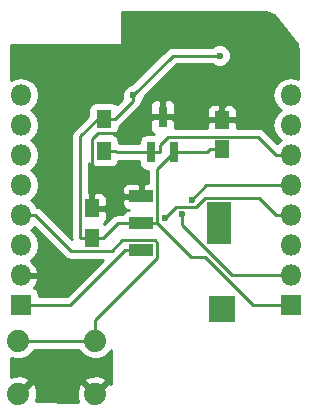
<source format=gbr>
G04 #@! TF.FileFunction,Copper,L1,Top,Signal*
%FSLAX46Y46*%
G04 Gerber Fmt 4.6, Leading zero omitted, Abs format (unit mm)*
G04 Created by KiCad (PCBNEW 4.0.4-stable) date Tuesday 22 November 2016 20:45:13*
%MOMM*%
%LPD*%
G01*
G04 APERTURE LIST*
%ADD10C,0.100000*%
%ADD11R,1.800000X1.800000*%
%ADD12O,1.800000X1.800000*%
%ADD13R,2.032000X3.657600*%
%ADD14R,2.032000X1.016000*%
%ADD15R,1.250000X1.500000*%
%ADD16R,1.300000X1.500000*%
%ADD17R,0.800100X1.800860*%
%ADD18C,1.879600*%
%ADD19R,2.235200X2.235200*%
%ADD20C,0.600000*%
%ADD21C,0.250000*%
%ADD22C,0.254000*%
G04 APERTURE END LIST*
D10*
D11*
X127490000Y-103950000D03*
D12*
X127490000Y-101410000D03*
X127490000Y-98870000D03*
X127490000Y-96330000D03*
X127490000Y-93790000D03*
X127490000Y-91250000D03*
X127490000Y-88710000D03*
X127490000Y-86170000D03*
D11*
X150350000Y-103950000D03*
D12*
X150350000Y-101410000D03*
X150350000Y-98870000D03*
X150350000Y-96330000D03*
X150350000Y-93790000D03*
X150350000Y-91250000D03*
X150350000Y-88710000D03*
X150350000Y-86170000D03*
D13*
X144302000Y-97000000D03*
D14*
X137698000Y-97000000D03*
X137698000Y-99286000D03*
X137698000Y-94714000D03*
D15*
X133500000Y-98250000D03*
X133500000Y-95750000D03*
X144500000Y-90750000D03*
X144500000Y-88250000D03*
D16*
X134500000Y-88150000D03*
X134500000Y-90850000D03*
D17*
X138550000Y-91001140D03*
X140450000Y-91001140D03*
X139500000Y-87998860D03*
D18*
X133801200Y-106939400D03*
X127298800Y-106939400D03*
X133801200Y-111460600D03*
X127298800Y-111460600D03*
D19*
X144500000Y-104250000D03*
D20*
X137007000Y-86174200D03*
X144330500Y-82800000D03*
X135757700Y-96077500D03*
X145769800Y-86024000D03*
X141149400Y-96248600D03*
X139710400Y-96546000D03*
X141992500Y-94999500D03*
D21*
X137698000Y-97000000D02*
X136356700Y-97000000D01*
X135700300Y-97000000D02*
X134450300Y-98250000D01*
X136356700Y-97000000D02*
X135700300Y-97000000D01*
X134500000Y-88150000D02*
X135475300Y-88150000D01*
X133975200Y-98250000D02*
X134450300Y-98250000D01*
X134500000Y-88150000D02*
X134012400Y-88150000D01*
X133975200Y-98250000D02*
X133500000Y-98250000D01*
X132549700Y-89612700D02*
X134012400Y-88150000D01*
X132549700Y-98250000D02*
X132549700Y-89612700D01*
X133500000Y-98250000D02*
X132549700Y-98250000D01*
X137007000Y-86618300D02*
X137007000Y-86174200D01*
X135475300Y-88150000D02*
X137007000Y-86618300D01*
X140381200Y-82800000D02*
X144330500Y-82800000D01*
X137007000Y-86174200D02*
X140381200Y-82800000D01*
X144500000Y-90750000D02*
X143549700Y-90750000D01*
X137698000Y-97000000D02*
X139039300Y-97000000D01*
X143298600Y-91001100D02*
X143549700Y-90750000D01*
X140450000Y-91001100D02*
X143298600Y-91001100D01*
X139039300Y-92411800D02*
X139039300Y-97000000D01*
X140450000Y-91001100D02*
X139039300Y-92411800D01*
X147145300Y-103950000D02*
X150350000Y-103950000D01*
X143071000Y-99875700D02*
X147145300Y-103950000D01*
X141915000Y-99875700D02*
X143071000Y-99875700D01*
X139039300Y-97000000D02*
X141915000Y-99875700D01*
X140476500Y-88250000D02*
X140225400Y-87998900D01*
X143549700Y-88250000D02*
X140476500Y-88250000D01*
X137698000Y-94714000D02*
X136000000Y-94750000D01*
X139725000Y-87998900D02*
X140225400Y-87998900D01*
X139725000Y-87998900D02*
X139724600Y-87998900D01*
X144500000Y-88250000D02*
X144137500Y-88250000D01*
X144137500Y-88250000D02*
X143549700Y-88250000D01*
X144137500Y-87656300D02*
X145769800Y-86024000D01*
X144137500Y-88250000D02*
X144137500Y-87656300D01*
X135750000Y-95250000D02*
X134450300Y-95750000D01*
X135750000Y-95000000D02*
X135750000Y-95250000D01*
X136000000Y-94750000D02*
X135750000Y-95000000D01*
X135750000Y-95250000D02*
X135757700Y-96077500D01*
X139500000Y-87998900D02*
X139724600Y-87998900D01*
X133625000Y-95750000D02*
X134450300Y-95750000D01*
X133625000Y-95750000D02*
X133524600Y-95750000D01*
X133500000Y-95750000D02*
X133524600Y-95750000D01*
X137374400Y-89399200D02*
X138774700Y-87998900D01*
X134007800Y-89399200D02*
X137374400Y-89399200D01*
X133524600Y-89882400D02*
X134007800Y-89399200D01*
X133524600Y-95750000D02*
X133524600Y-89882400D01*
X139500000Y-87998900D02*
X138774700Y-87998900D01*
X131692700Y-103950000D02*
X127490000Y-103950000D01*
X136356700Y-99286000D02*
X131692700Y-103950000D01*
X137698000Y-99286000D02*
X136356700Y-99286000D01*
X141149400Y-97174500D02*
X141149400Y-96248600D01*
X145384900Y-101410000D02*
X141149400Y-97174500D01*
X150350000Y-101410000D02*
X145384900Y-101410000D01*
X150350000Y-96330000D02*
X149124700Y-96330000D01*
X140633100Y-95623300D02*
X139710400Y-96546000D01*
X141408500Y-95623300D02*
X140633100Y-95623300D01*
X141410000Y-95624800D02*
X141408500Y-95623300D01*
X142340400Y-95624800D02*
X141410000Y-95624800D01*
X143126900Y-94838300D02*
X142340400Y-95624800D01*
X147633000Y-94838300D02*
X143126900Y-94838300D01*
X149124700Y-96330000D02*
X147633000Y-94838300D01*
X143202000Y-93790000D02*
X141992500Y-94999500D01*
X150350000Y-93790000D02*
X143202000Y-93790000D01*
X127490000Y-96330000D02*
X128715300Y-96330000D01*
X127298800Y-106939400D02*
X133801200Y-106939400D01*
X131710700Y-99325400D02*
X128715300Y-96330000D01*
X135224700Y-99325400D02*
X131710700Y-99325400D01*
X136097500Y-98452600D02*
X135224700Y-99325400D01*
X138853100Y-98452600D02*
X136097500Y-98452600D01*
X139039400Y-98638900D02*
X138853100Y-98452600D01*
X139039400Y-99943400D02*
X139039400Y-98638900D01*
X133801200Y-105181600D02*
X139039400Y-99943400D01*
X133801200Y-106939400D02*
X133801200Y-105181600D01*
X150350000Y-91250000D02*
X149124700Y-91250000D01*
X147549300Y-89674600D02*
X149124700Y-91250000D01*
X139967200Y-89674600D02*
X147549300Y-89674600D01*
X139275400Y-90366400D02*
X139967200Y-89674600D01*
X139275400Y-91001100D02*
X139275400Y-90366400D01*
X138682100Y-91001100D02*
X139275400Y-91001100D01*
X138682100Y-91001100D02*
X138550000Y-91001100D01*
X135626400Y-91001100D02*
X135475300Y-90850000D01*
X138550000Y-91001100D02*
X135626400Y-91001100D01*
X134500000Y-90850000D02*
X135475300Y-90850000D01*
D22*
G36*
X132465371Y-107830287D02*
X132907983Y-108273672D01*
X133486579Y-108513926D01*
X134113073Y-108514473D01*
X134692087Y-108275229D01*
X135135472Y-107832617D01*
X135173000Y-107742240D01*
X135173000Y-110627883D01*
X135170780Y-110622523D01*
X134910168Y-110531237D01*
X133980805Y-111460600D01*
X133994948Y-111474743D01*
X133815343Y-111654348D01*
X133801200Y-111640205D01*
X133787058Y-111654348D01*
X133607453Y-111474743D01*
X133621595Y-111460600D01*
X132692232Y-110531237D01*
X132431620Y-110622523D01*
X132215155Y-111210433D01*
X132240151Y-111836428D01*
X132349280Y-112099890D01*
X128745383Y-112089540D01*
X128884845Y-111710767D01*
X128859849Y-111084772D01*
X128668380Y-110622523D01*
X128407768Y-110531237D01*
X127478405Y-111460600D01*
X127492548Y-111474743D01*
X127312943Y-111654348D01*
X127298800Y-111640205D01*
X127284658Y-111654348D01*
X127105053Y-111474743D01*
X127119195Y-111460600D01*
X127105053Y-111446458D01*
X127284658Y-111266853D01*
X127298800Y-111280995D01*
X128228163Y-110351632D01*
X132871837Y-110351632D01*
X133801200Y-111280995D01*
X134730563Y-110351632D01*
X134639277Y-110091020D01*
X134051367Y-109874555D01*
X133425372Y-109899551D01*
X132963123Y-110091020D01*
X132871837Y-110351632D01*
X128228163Y-110351632D01*
X128136877Y-110091020D01*
X127548967Y-109874555D01*
X126922972Y-109899551D01*
X126686051Y-109997687D01*
X126686772Y-108390432D01*
X126984179Y-108513926D01*
X127610673Y-108514473D01*
X128189687Y-108275229D01*
X128633072Y-107832617D01*
X128688389Y-107699400D01*
X132411290Y-107699400D01*
X132465371Y-107830287D01*
X132465371Y-107830287D01*
G37*
X132465371Y-107830287D02*
X132907983Y-108273672D01*
X133486579Y-108513926D01*
X134113073Y-108514473D01*
X134692087Y-108275229D01*
X135135472Y-107832617D01*
X135173000Y-107742240D01*
X135173000Y-110627883D01*
X135170780Y-110622523D01*
X134910168Y-110531237D01*
X133980805Y-111460600D01*
X133994948Y-111474743D01*
X133815343Y-111654348D01*
X133801200Y-111640205D01*
X133787058Y-111654348D01*
X133607453Y-111474743D01*
X133621595Y-111460600D01*
X132692232Y-110531237D01*
X132431620Y-110622523D01*
X132215155Y-111210433D01*
X132240151Y-111836428D01*
X132349280Y-112099890D01*
X128745383Y-112089540D01*
X128884845Y-111710767D01*
X128859849Y-111084772D01*
X128668380Y-110622523D01*
X128407768Y-110531237D01*
X127478405Y-111460600D01*
X127492548Y-111474743D01*
X127312943Y-111654348D01*
X127298800Y-111640205D01*
X127284658Y-111654348D01*
X127105053Y-111474743D01*
X127119195Y-111460600D01*
X127105053Y-111446458D01*
X127284658Y-111266853D01*
X127298800Y-111280995D01*
X128228163Y-110351632D01*
X132871837Y-110351632D01*
X133801200Y-111280995D01*
X134730563Y-110351632D01*
X134639277Y-110091020D01*
X134051367Y-109874555D01*
X133425372Y-109899551D01*
X132963123Y-110091020D01*
X132871837Y-110351632D01*
X128228163Y-110351632D01*
X128136877Y-110091020D01*
X127548967Y-109874555D01*
X126922972Y-109899551D01*
X126686051Y-109997687D01*
X126686772Y-108390432D01*
X126984179Y-108513926D01*
X127610673Y-108514473D01*
X128189687Y-108275229D01*
X128633072Y-107832617D01*
X128688389Y-107699400D01*
X132411290Y-107699400D01*
X132465371Y-107830287D01*
G36*
X131173299Y-99862801D02*
X131419860Y-100027548D01*
X131710700Y-100085400D01*
X134482498Y-100085400D01*
X131377898Y-103190000D01*
X129037440Y-103190000D01*
X129037440Y-103050000D01*
X128993162Y-102814683D01*
X128854090Y-102598559D01*
X128641890Y-102453569D01*
X128586090Y-102442269D01*
X128802240Y-102206417D01*
X128981036Y-101774740D01*
X128860378Y-101537000D01*
X127617000Y-101537000D01*
X127617000Y-101557000D01*
X127363000Y-101557000D01*
X127363000Y-101537000D01*
X127343000Y-101537000D01*
X127343000Y-101283000D01*
X127363000Y-101283000D01*
X127363000Y-101263000D01*
X127617000Y-101263000D01*
X127617000Y-101283000D01*
X128860378Y-101283000D01*
X128981036Y-101045260D01*
X128802240Y-100613583D01*
X128397576Y-100172034D01*
X128329075Y-100140097D01*
X128605481Y-99955409D01*
X128938227Y-99457419D01*
X129055072Y-98870000D01*
X128938227Y-98282581D01*
X128605481Y-97784591D01*
X128329221Y-97600000D01*
X128605481Y-97415409D01*
X128653717Y-97343219D01*
X131173299Y-99862801D01*
X131173299Y-99862801D01*
G37*
X131173299Y-99862801D02*
X131419860Y-100027548D01*
X131710700Y-100085400D01*
X134482498Y-100085400D01*
X131377898Y-103190000D01*
X129037440Y-103190000D01*
X129037440Y-103050000D01*
X128993162Y-102814683D01*
X128854090Y-102598559D01*
X128641890Y-102453569D01*
X128586090Y-102442269D01*
X128802240Y-102206417D01*
X128981036Y-101774740D01*
X128860378Y-101537000D01*
X127617000Y-101537000D01*
X127617000Y-101557000D01*
X127363000Y-101557000D01*
X127363000Y-101537000D01*
X127343000Y-101537000D01*
X127343000Y-101283000D01*
X127363000Y-101283000D01*
X127363000Y-101263000D01*
X127617000Y-101263000D01*
X127617000Y-101283000D01*
X128860378Y-101283000D01*
X128981036Y-101045260D01*
X128802240Y-100613583D01*
X128397576Y-100172034D01*
X128329075Y-100140097D01*
X128605481Y-99955409D01*
X128938227Y-99457419D01*
X129055072Y-98870000D01*
X128938227Y-98282581D01*
X128605481Y-97784591D01*
X128329221Y-97600000D01*
X128605481Y-97415409D01*
X128653717Y-97343219D01*
X131173299Y-99862801D01*
G36*
X148709121Y-79262244D02*
X148934273Y-79371140D01*
X150904321Y-81833700D01*
X150996126Y-82542729D01*
X150998593Y-84772627D01*
X150967491Y-84751845D01*
X150380072Y-84635000D01*
X150319928Y-84635000D01*
X149732509Y-84751845D01*
X149234519Y-85084591D01*
X148901773Y-85582581D01*
X148784928Y-86170000D01*
X148901773Y-86757419D01*
X149234519Y-87255409D01*
X149510779Y-87440000D01*
X149234519Y-87624591D01*
X148901773Y-88122581D01*
X148784928Y-88710000D01*
X148901773Y-89297419D01*
X149234519Y-89795409D01*
X149510779Y-89980000D01*
X149234519Y-90164591D01*
X149186283Y-90236781D01*
X148086701Y-89137199D01*
X147840139Y-88972452D01*
X147549300Y-88914600D01*
X145760000Y-88914600D01*
X145760000Y-88535750D01*
X145601250Y-88377000D01*
X144627000Y-88377000D01*
X144627000Y-88397000D01*
X144373000Y-88397000D01*
X144373000Y-88377000D01*
X143398750Y-88377000D01*
X143240000Y-88535750D01*
X143240000Y-88914600D01*
X140535050Y-88914600D01*
X140535050Y-88284610D01*
X140376300Y-88125860D01*
X139627000Y-88125860D01*
X139627000Y-88145860D01*
X139373000Y-88145860D01*
X139373000Y-88125860D01*
X138623700Y-88125860D01*
X138464950Y-88284610D01*
X138464950Y-89025600D01*
X138561623Y-89258989D01*
X138740252Y-89437617D01*
X138778042Y-89453270D01*
X138149950Y-89453270D01*
X137914633Y-89497548D01*
X137698509Y-89636620D01*
X137553519Y-89848820D01*
X137502510Y-90100710D01*
X137502510Y-90241100D01*
X135905695Y-90241100D01*
X135797440Y-90168767D01*
X135797440Y-90100000D01*
X135753162Y-89864683D01*
X135614090Y-89648559D01*
X135401890Y-89503569D01*
X135388803Y-89500919D01*
X135601441Y-89364090D01*
X135746431Y-89151890D01*
X135797440Y-88900000D01*
X135797440Y-88831233D01*
X136012701Y-88687401D01*
X137544401Y-87155701D01*
X137667065Y-86972120D01*
X138464950Y-86972120D01*
X138464950Y-87713110D01*
X138623700Y-87871860D01*
X139373000Y-87871860D01*
X139373000Y-86622180D01*
X139627000Y-86622180D01*
X139627000Y-87871860D01*
X140376300Y-87871860D01*
X140535050Y-87713110D01*
X140535050Y-87373691D01*
X143240000Y-87373691D01*
X143240000Y-87964250D01*
X143398750Y-88123000D01*
X144373000Y-88123000D01*
X144373000Y-87023750D01*
X144627000Y-87023750D01*
X144627000Y-88123000D01*
X145601250Y-88123000D01*
X145760000Y-87964250D01*
X145760000Y-87373691D01*
X145663327Y-87140302D01*
X145484699Y-86961673D01*
X145251310Y-86865000D01*
X144785750Y-86865000D01*
X144627000Y-87023750D01*
X144373000Y-87023750D01*
X144214250Y-86865000D01*
X143748690Y-86865000D01*
X143515301Y-86961673D01*
X143336673Y-87140302D01*
X143240000Y-87373691D01*
X140535050Y-87373691D01*
X140535050Y-86972120D01*
X140438377Y-86738731D01*
X140259748Y-86560103D01*
X140026359Y-86463430D01*
X139785750Y-86463430D01*
X139627000Y-86622180D01*
X139373000Y-86622180D01*
X139214250Y-86463430D01*
X138973641Y-86463430D01*
X138740252Y-86560103D01*
X138561623Y-86738731D01*
X138464950Y-86972120D01*
X137667065Y-86972120D01*
X137709148Y-86909139D01*
X137737623Y-86765989D01*
X137799192Y-86704527D01*
X137941838Y-86360999D01*
X137941879Y-86314123D01*
X140696002Y-83560000D01*
X143768037Y-83560000D01*
X143800173Y-83592192D01*
X144143701Y-83734838D01*
X144515667Y-83735162D01*
X144859443Y-83593117D01*
X145122692Y-83330327D01*
X145265338Y-82986799D01*
X145265662Y-82614833D01*
X145123617Y-82271057D01*
X144860827Y-82007808D01*
X144517299Y-81865162D01*
X144145333Y-81864838D01*
X143801557Y-82006883D01*
X143768382Y-82040000D01*
X140381200Y-82040000D01*
X140138614Y-82088254D01*
X140090360Y-82097852D01*
X139843799Y-82262599D01*
X136867320Y-85239078D01*
X136821833Y-85239038D01*
X136478057Y-85381083D01*
X136214808Y-85643873D01*
X136072162Y-85987401D01*
X136071838Y-86359367D01*
X136106717Y-86443781D01*
X135606871Y-86943627D01*
X135401890Y-86803569D01*
X135150000Y-86752560D01*
X133850000Y-86752560D01*
X133614683Y-86796838D01*
X133398559Y-86935910D01*
X133253569Y-87148110D01*
X133202560Y-87400000D01*
X133202560Y-87885038D01*
X132012299Y-89075299D01*
X131847552Y-89321861D01*
X131789700Y-89612700D01*
X131789700Y-98250000D01*
X131809465Y-98349363D01*
X129252701Y-95792599D01*
X129006139Y-95627852D01*
X128839407Y-95594687D01*
X128605481Y-95244591D01*
X128329221Y-95060000D01*
X128605481Y-94875409D01*
X128938227Y-94377419D01*
X129055072Y-93790000D01*
X128938227Y-93202581D01*
X128605481Y-92704591D01*
X128329221Y-92520000D01*
X128605481Y-92335409D01*
X128938227Y-91837419D01*
X129055072Y-91250000D01*
X128938227Y-90662581D01*
X128605481Y-90164591D01*
X128329221Y-89980000D01*
X128605481Y-89795409D01*
X128938227Y-89297419D01*
X129055072Y-88710000D01*
X128938227Y-88122581D01*
X128605481Y-87624591D01*
X128329221Y-87440000D01*
X128605481Y-87255409D01*
X128938227Y-86757419D01*
X129055072Y-86170000D01*
X128938227Y-85582581D01*
X128605481Y-85084591D01*
X128107491Y-84751845D01*
X127520072Y-84635000D01*
X127459928Y-84635000D01*
X126872509Y-84751845D01*
X126697336Y-84868892D01*
X126698657Y-81927000D01*
X135900000Y-81927000D01*
X135946159Y-81918315D01*
X135988553Y-81891035D01*
X136016994Y-81849410D01*
X136027000Y-81800000D01*
X136027000Y-79101897D01*
X148235878Y-79083455D01*
X148709121Y-79262244D01*
X148709121Y-79262244D01*
G37*
X148709121Y-79262244D02*
X148934273Y-79371140D01*
X150904321Y-81833700D01*
X150996126Y-82542729D01*
X150998593Y-84772627D01*
X150967491Y-84751845D01*
X150380072Y-84635000D01*
X150319928Y-84635000D01*
X149732509Y-84751845D01*
X149234519Y-85084591D01*
X148901773Y-85582581D01*
X148784928Y-86170000D01*
X148901773Y-86757419D01*
X149234519Y-87255409D01*
X149510779Y-87440000D01*
X149234519Y-87624591D01*
X148901773Y-88122581D01*
X148784928Y-88710000D01*
X148901773Y-89297419D01*
X149234519Y-89795409D01*
X149510779Y-89980000D01*
X149234519Y-90164591D01*
X149186283Y-90236781D01*
X148086701Y-89137199D01*
X147840139Y-88972452D01*
X147549300Y-88914600D01*
X145760000Y-88914600D01*
X145760000Y-88535750D01*
X145601250Y-88377000D01*
X144627000Y-88377000D01*
X144627000Y-88397000D01*
X144373000Y-88397000D01*
X144373000Y-88377000D01*
X143398750Y-88377000D01*
X143240000Y-88535750D01*
X143240000Y-88914600D01*
X140535050Y-88914600D01*
X140535050Y-88284610D01*
X140376300Y-88125860D01*
X139627000Y-88125860D01*
X139627000Y-88145860D01*
X139373000Y-88145860D01*
X139373000Y-88125860D01*
X138623700Y-88125860D01*
X138464950Y-88284610D01*
X138464950Y-89025600D01*
X138561623Y-89258989D01*
X138740252Y-89437617D01*
X138778042Y-89453270D01*
X138149950Y-89453270D01*
X137914633Y-89497548D01*
X137698509Y-89636620D01*
X137553519Y-89848820D01*
X137502510Y-90100710D01*
X137502510Y-90241100D01*
X135905695Y-90241100D01*
X135797440Y-90168767D01*
X135797440Y-90100000D01*
X135753162Y-89864683D01*
X135614090Y-89648559D01*
X135401890Y-89503569D01*
X135388803Y-89500919D01*
X135601441Y-89364090D01*
X135746431Y-89151890D01*
X135797440Y-88900000D01*
X135797440Y-88831233D01*
X136012701Y-88687401D01*
X137544401Y-87155701D01*
X137667065Y-86972120D01*
X138464950Y-86972120D01*
X138464950Y-87713110D01*
X138623700Y-87871860D01*
X139373000Y-87871860D01*
X139373000Y-86622180D01*
X139627000Y-86622180D01*
X139627000Y-87871860D01*
X140376300Y-87871860D01*
X140535050Y-87713110D01*
X140535050Y-87373691D01*
X143240000Y-87373691D01*
X143240000Y-87964250D01*
X143398750Y-88123000D01*
X144373000Y-88123000D01*
X144373000Y-87023750D01*
X144627000Y-87023750D01*
X144627000Y-88123000D01*
X145601250Y-88123000D01*
X145760000Y-87964250D01*
X145760000Y-87373691D01*
X145663327Y-87140302D01*
X145484699Y-86961673D01*
X145251310Y-86865000D01*
X144785750Y-86865000D01*
X144627000Y-87023750D01*
X144373000Y-87023750D01*
X144214250Y-86865000D01*
X143748690Y-86865000D01*
X143515301Y-86961673D01*
X143336673Y-87140302D01*
X143240000Y-87373691D01*
X140535050Y-87373691D01*
X140535050Y-86972120D01*
X140438377Y-86738731D01*
X140259748Y-86560103D01*
X140026359Y-86463430D01*
X139785750Y-86463430D01*
X139627000Y-86622180D01*
X139373000Y-86622180D01*
X139214250Y-86463430D01*
X138973641Y-86463430D01*
X138740252Y-86560103D01*
X138561623Y-86738731D01*
X138464950Y-86972120D01*
X137667065Y-86972120D01*
X137709148Y-86909139D01*
X137737623Y-86765989D01*
X137799192Y-86704527D01*
X137941838Y-86360999D01*
X137941879Y-86314123D01*
X140696002Y-83560000D01*
X143768037Y-83560000D01*
X143800173Y-83592192D01*
X144143701Y-83734838D01*
X144515667Y-83735162D01*
X144859443Y-83593117D01*
X145122692Y-83330327D01*
X145265338Y-82986799D01*
X145265662Y-82614833D01*
X145123617Y-82271057D01*
X144860827Y-82007808D01*
X144517299Y-81865162D01*
X144145333Y-81864838D01*
X143801557Y-82006883D01*
X143768382Y-82040000D01*
X140381200Y-82040000D01*
X140138614Y-82088254D01*
X140090360Y-82097852D01*
X139843799Y-82262599D01*
X136867320Y-85239078D01*
X136821833Y-85239038D01*
X136478057Y-85381083D01*
X136214808Y-85643873D01*
X136072162Y-85987401D01*
X136071838Y-86359367D01*
X136106717Y-86443781D01*
X135606871Y-86943627D01*
X135401890Y-86803569D01*
X135150000Y-86752560D01*
X133850000Y-86752560D01*
X133614683Y-86796838D01*
X133398559Y-86935910D01*
X133253569Y-87148110D01*
X133202560Y-87400000D01*
X133202560Y-87885038D01*
X132012299Y-89075299D01*
X131847552Y-89321861D01*
X131789700Y-89612700D01*
X131789700Y-98250000D01*
X131809465Y-98349363D01*
X129252701Y-95792599D01*
X129006139Y-95627852D01*
X128839407Y-95594687D01*
X128605481Y-95244591D01*
X128329221Y-95060000D01*
X128605481Y-94875409D01*
X128938227Y-94377419D01*
X129055072Y-93790000D01*
X128938227Y-93202581D01*
X128605481Y-92704591D01*
X128329221Y-92520000D01*
X128605481Y-92335409D01*
X128938227Y-91837419D01*
X129055072Y-91250000D01*
X128938227Y-90662581D01*
X128605481Y-90164591D01*
X128329221Y-89980000D01*
X128605481Y-89795409D01*
X128938227Y-89297419D01*
X129055072Y-88710000D01*
X128938227Y-88122581D01*
X128605481Y-87624591D01*
X128329221Y-87440000D01*
X128605481Y-87255409D01*
X128938227Y-86757419D01*
X129055072Y-86170000D01*
X128938227Y-85582581D01*
X128605481Y-85084591D01*
X128107491Y-84751845D01*
X127520072Y-84635000D01*
X127459928Y-84635000D01*
X126872509Y-84751845D01*
X126697336Y-84868892D01*
X126698657Y-81927000D01*
X135900000Y-81927000D01*
X135946159Y-81918315D01*
X135988553Y-81891035D01*
X136016994Y-81849410D01*
X136027000Y-81800000D01*
X136027000Y-79101897D01*
X148235878Y-79083455D01*
X148709121Y-79262244D01*
G36*
X137502510Y-91901570D02*
X137546788Y-92136887D01*
X137685860Y-92353011D01*
X137898060Y-92498001D01*
X138149950Y-92549010D01*
X138279300Y-92549010D01*
X138279300Y-93571000D01*
X137983750Y-93571000D01*
X137825000Y-93729750D01*
X137825000Y-94587000D01*
X137845000Y-94587000D01*
X137845000Y-94841000D01*
X137825000Y-94841000D01*
X137825000Y-94861000D01*
X137571000Y-94861000D01*
X137571000Y-94841000D01*
X136205750Y-94841000D01*
X136047000Y-94999750D01*
X136047000Y-95348309D01*
X136143673Y-95581698D01*
X136322301Y-95760327D01*
X136555690Y-95857000D01*
X136615887Y-95857000D01*
X136446683Y-95888838D01*
X136230559Y-96027910D01*
X136085644Y-96240000D01*
X135700300Y-96240000D01*
X135409461Y-96297852D01*
X135162899Y-96462599D01*
X134581871Y-97043627D01*
X134520994Y-97002031D01*
X134663327Y-96859698D01*
X134760000Y-96626309D01*
X134760000Y-96035750D01*
X134601250Y-95877000D01*
X133627000Y-95877000D01*
X133627000Y-95897000D01*
X133373000Y-95897000D01*
X133373000Y-95877000D01*
X133353000Y-95877000D01*
X133353000Y-95623000D01*
X133373000Y-95623000D01*
X133373000Y-94523750D01*
X133627000Y-94523750D01*
X133627000Y-95623000D01*
X134601250Y-95623000D01*
X134760000Y-95464250D01*
X134760000Y-94873691D01*
X134663327Y-94640302D01*
X134484699Y-94461673D01*
X134251310Y-94365000D01*
X133785750Y-94365000D01*
X133627000Y-94523750D01*
X133373000Y-94523750D01*
X133309700Y-94460450D01*
X133309700Y-94079691D01*
X136047000Y-94079691D01*
X136047000Y-94428250D01*
X136205750Y-94587000D01*
X137571000Y-94587000D01*
X137571000Y-93729750D01*
X137412250Y-93571000D01*
X136555690Y-93571000D01*
X136322301Y-93667673D01*
X136143673Y-93846302D01*
X136047000Y-94079691D01*
X133309700Y-94079691D01*
X133309700Y-91933007D01*
X133385910Y-92051441D01*
X133598110Y-92196431D01*
X133850000Y-92247440D01*
X135150000Y-92247440D01*
X135385317Y-92203162D01*
X135601441Y-92064090D01*
X135746431Y-91851890D01*
X135764816Y-91761100D01*
X137502510Y-91761100D01*
X137502510Y-91901570D01*
X137502510Y-91901570D01*
G37*
X137502510Y-91901570D02*
X137546788Y-92136887D01*
X137685860Y-92353011D01*
X137898060Y-92498001D01*
X138149950Y-92549010D01*
X138279300Y-92549010D01*
X138279300Y-93571000D01*
X137983750Y-93571000D01*
X137825000Y-93729750D01*
X137825000Y-94587000D01*
X137845000Y-94587000D01*
X137845000Y-94841000D01*
X137825000Y-94841000D01*
X137825000Y-94861000D01*
X137571000Y-94861000D01*
X137571000Y-94841000D01*
X136205750Y-94841000D01*
X136047000Y-94999750D01*
X136047000Y-95348309D01*
X136143673Y-95581698D01*
X136322301Y-95760327D01*
X136555690Y-95857000D01*
X136615887Y-95857000D01*
X136446683Y-95888838D01*
X136230559Y-96027910D01*
X136085644Y-96240000D01*
X135700300Y-96240000D01*
X135409461Y-96297852D01*
X135162899Y-96462599D01*
X134581871Y-97043627D01*
X134520994Y-97002031D01*
X134663327Y-96859698D01*
X134760000Y-96626309D01*
X134760000Y-96035750D01*
X134601250Y-95877000D01*
X133627000Y-95877000D01*
X133627000Y-95897000D01*
X133373000Y-95897000D01*
X133373000Y-95877000D01*
X133353000Y-95877000D01*
X133353000Y-95623000D01*
X133373000Y-95623000D01*
X133373000Y-94523750D01*
X133627000Y-94523750D01*
X133627000Y-95623000D01*
X134601250Y-95623000D01*
X134760000Y-95464250D01*
X134760000Y-94873691D01*
X134663327Y-94640302D01*
X134484699Y-94461673D01*
X134251310Y-94365000D01*
X133785750Y-94365000D01*
X133627000Y-94523750D01*
X133373000Y-94523750D01*
X133309700Y-94460450D01*
X133309700Y-94079691D01*
X136047000Y-94079691D01*
X136047000Y-94428250D01*
X136205750Y-94587000D01*
X137571000Y-94587000D01*
X137571000Y-93729750D01*
X137412250Y-93571000D01*
X136555690Y-93571000D01*
X136322301Y-93667673D01*
X136143673Y-93846302D01*
X136047000Y-94079691D01*
X133309700Y-94079691D01*
X133309700Y-91933007D01*
X133385910Y-92051441D01*
X133598110Y-92196431D01*
X133850000Y-92247440D01*
X135150000Y-92247440D01*
X135385317Y-92203162D01*
X135601441Y-92064090D01*
X135746431Y-91851890D01*
X135764816Y-91761100D01*
X137502510Y-91761100D01*
X137502510Y-91901570D01*
M02*

</source>
